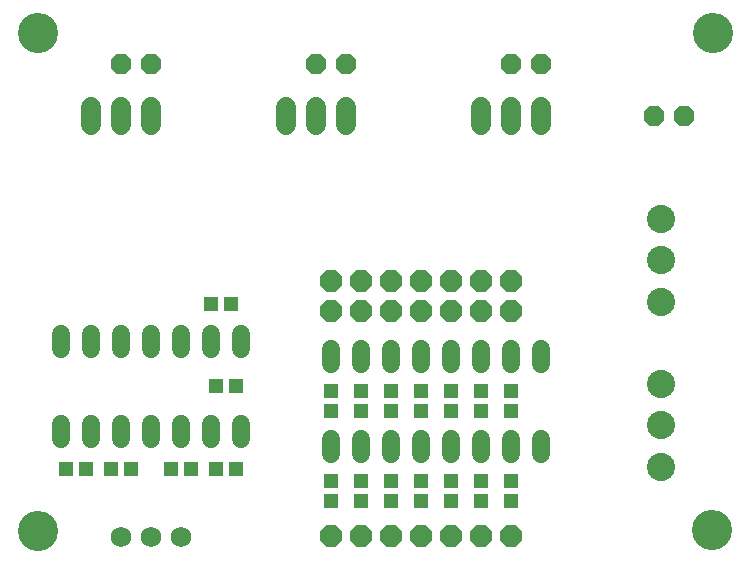
<source format=gbs>
G75*
%MOIN*%
%OFA0B0*%
%FSLAX25Y25*%
%IPPOS*%
%LPD*%
%AMOC8*
5,1,8,0,0,1.08239X$1,22.5*
%
%ADD10C,0.13398*%
%ADD11C,0.06800*%
%ADD12C,0.06000*%
%ADD13C,0.06800*%
%ADD14OC8,0.07400*%
%ADD15OC8,0.06800*%
%ADD16C,0.09400*%
%ADD17R,0.04737X0.05131*%
%ADD18R,0.05131X0.04737*%
D10*
X0027292Y0085606D03*
X0027292Y0251709D03*
X0252292Y0251709D03*
X0251819Y0086157D03*
D11*
X0194988Y0220933D02*
X0194988Y0226933D01*
X0184988Y0226933D02*
X0184988Y0220933D01*
X0174988Y0220933D02*
X0174988Y0226933D01*
X0129988Y0226933D02*
X0129988Y0220933D01*
X0119988Y0220933D02*
X0119988Y0226933D01*
X0109988Y0226933D02*
X0109988Y0220933D01*
X0064988Y0220933D02*
X0064988Y0226933D01*
X0054988Y0226933D02*
X0054988Y0220933D01*
X0044988Y0220933D02*
X0044988Y0226933D01*
D12*
X0044988Y0151533D02*
X0044988Y0146333D01*
X0034988Y0146333D02*
X0034988Y0151533D01*
X0054988Y0151533D02*
X0054988Y0146333D01*
X0064988Y0146333D02*
X0064988Y0151533D01*
X0074988Y0151533D02*
X0074988Y0146333D01*
X0084988Y0146333D02*
X0084988Y0151533D01*
X0094988Y0151533D02*
X0094988Y0146333D01*
X0124988Y0146533D02*
X0124988Y0141333D01*
X0134988Y0141333D02*
X0134988Y0146533D01*
X0144988Y0146533D02*
X0144988Y0141333D01*
X0154988Y0141333D02*
X0154988Y0146533D01*
X0164988Y0146533D02*
X0164988Y0141333D01*
X0174988Y0141333D02*
X0174988Y0146533D01*
X0184988Y0146533D02*
X0184988Y0141333D01*
X0194988Y0141333D02*
X0194988Y0146533D01*
X0194988Y0116533D02*
X0194988Y0111333D01*
X0184988Y0111333D02*
X0184988Y0116533D01*
X0174988Y0116533D02*
X0174988Y0111333D01*
X0164988Y0111333D02*
X0164988Y0116533D01*
X0154988Y0116533D02*
X0154988Y0111333D01*
X0144988Y0111333D02*
X0144988Y0116533D01*
X0134988Y0116533D02*
X0134988Y0111333D01*
X0124988Y0111333D02*
X0124988Y0116533D01*
X0094988Y0116333D02*
X0094988Y0121533D01*
X0084988Y0121533D02*
X0084988Y0116333D01*
X0074988Y0116333D02*
X0074988Y0121533D01*
X0064988Y0121533D02*
X0064988Y0116333D01*
X0054988Y0116333D02*
X0054988Y0121533D01*
X0044988Y0121533D02*
X0044988Y0116333D01*
X0034988Y0116333D02*
X0034988Y0121533D01*
D13*
X0054988Y0083683D03*
X0064988Y0083683D03*
X0074988Y0083683D03*
D14*
X0124988Y0083933D03*
X0134988Y0083933D03*
X0144988Y0083933D03*
X0154988Y0083933D03*
X0164988Y0083933D03*
X0174988Y0083933D03*
X0184988Y0083933D03*
X0184988Y0158933D03*
X0174988Y0158933D03*
X0164988Y0158933D03*
X0154988Y0158933D03*
X0144988Y0158933D03*
X0134988Y0158933D03*
X0124988Y0158933D03*
X0124988Y0168933D03*
X0134988Y0168933D03*
X0144988Y0168933D03*
X0154988Y0168933D03*
X0164988Y0168933D03*
X0174988Y0168933D03*
X0184988Y0168933D03*
D15*
X0232488Y0223933D03*
X0242488Y0223933D03*
X0194988Y0241433D03*
X0184988Y0241433D03*
X0129988Y0241433D03*
X0119988Y0241433D03*
X0064988Y0241433D03*
X0054988Y0241433D03*
D16*
X0234988Y0189799D03*
X0234988Y0176020D03*
X0234988Y0162240D03*
X0234988Y0134799D03*
X0234988Y0121020D03*
X0234988Y0107240D03*
D17*
X0093335Y0106433D03*
X0086642Y0106433D03*
X0078335Y0106433D03*
X0071642Y0106433D03*
X0058335Y0106433D03*
X0051642Y0106433D03*
X0043335Y0106433D03*
X0036642Y0106433D03*
X0086642Y0133933D03*
X0093335Y0133933D03*
X0091710Y0161583D03*
X0085017Y0161583D03*
D18*
X0124988Y0132280D03*
X0124988Y0125587D03*
X0134988Y0125587D03*
X0134988Y0132280D03*
X0144988Y0132280D03*
X0144988Y0125587D03*
X0154988Y0125587D03*
X0154988Y0132280D03*
X0164988Y0132280D03*
X0164988Y0125587D03*
X0174988Y0125587D03*
X0174988Y0132280D03*
X0184988Y0132280D03*
X0184988Y0125587D03*
X0184988Y0102280D03*
X0184988Y0095587D03*
X0174988Y0095587D03*
X0174988Y0102280D03*
X0164988Y0102280D03*
X0164988Y0095587D03*
X0154988Y0095587D03*
X0154988Y0102280D03*
X0144988Y0102280D03*
X0144988Y0095587D03*
X0134988Y0095587D03*
X0134988Y0102280D03*
X0124988Y0102280D03*
X0124988Y0095587D03*
M02*

</source>
